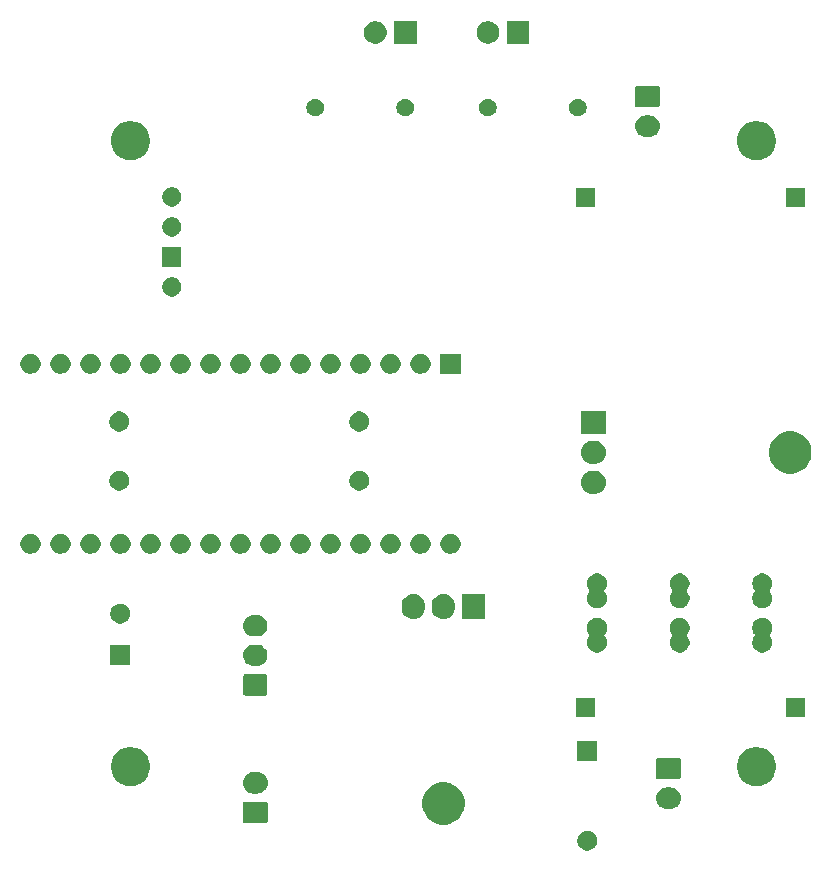
<source format=gbr>
G04 #@! TF.GenerationSoftware,KiCad,Pcbnew,5.1.6*
G04 #@! TF.CreationDate,2020-06-02T20:33:05+02:00*
G04 #@! TF.ProjectId,Levitator,4c657669-7461-4746-9f72-2e6b69636164,rev?*
G04 #@! TF.SameCoordinates,Original*
G04 #@! TF.FileFunction,Soldermask,Bot*
G04 #@! TF.FilePolarity,Negative*
%FSLAX46Y46*%
G04 Gerber Fmt 4.6, Leading zero omitted, Abs format (unit mm)*
G04 Created by KiCad (PCBNEW 5.1.6) date 2020-06-02 20:33:05*
%MOMM*%
%LPD*%
G01*
G04 APERTURE LIST*
%ADD10C,0.100000*%
G04 APERTURE END LIST*
D10*
G36*
X171290228Y-131147703D02*
G01*
X171445100Y-131211853D01*
X171584481Y-131304985D01*
X171703015Y-131423519D01*
X171796147Y-131562900D01*
X171860297Y-131717772D01*
X171893000Y-131882184D01*
X171893000Y-132049816D01*
X171860297Y-132214228D01*
X171796147Y-132369100D01*
X171703015Y-132508481D01*
X171584481Y-132627015D01*
X171445100Y-132720147D01*
X171290228Y-132784297D01*
X171125816Y-132817000D01*
X170958184Y-132817000D01*
X170793772Y-132784297D01*
X170638900Y-132720147D01*
X170499519Y-132627015D01*
X170380985Y-132508481D01*
X170287853Y-132369100D01*
X170223703Y-132214228D01*
X170191000Y-132049816D01*
X170191000Y-131882184D01*
X170223703Y-131717772D01*
X170287853Y-131562900D01*
X170380985Y-131423519D01*
X170499519Y-131304985D01*
X170638900Y-131211853D01*
X170793772Y-131147703D01*
X170958184Y-131115000D01*
X171125816Y-131115000D01*
X171290228Y-131147703D01*
G37*
G36*
X159375331Y-127082211D02*
G01*
X159703092Y-127217974D01*
X159998070Y-127415072D01*
X160248928Y-127665930D01*
X160446026Y-127960908D01*
X160581789Y-128288669D01*
X160651000Y-128636616D01*
X160651000Y-128991384D01*
X160581789Y-129339331D01*
X160446026Y-129667092D01*
X160248928Y-129962070D01*
X159998070Y-130212928D01*
X159703092Y-130410026D01*
X159375331Y-130545789D01*
X159027384Y-130615000D01*
X158672616Y-130615000D01*
X158324669Y-130545789D01*
X157996908Y-130410026D01*
X157701930Y-130212928D01*
X157451072Y-129962070D01*
X157253974Y-129667092D01*
X157118211Y-129339331D01*
X157049000Y-128991384D01*
X157049000Y-128636616D01*
X157118211Y-128288669D01*
X157253974Y-127960908D01*
X157451072Y-127665930D01*
X157701930Y-127415072D01*
X157996908Y-127217974D01*
X158324669Y-127082211D01*
X158672616Y-127013000D01*
X159027384Y-127013000D01*
X159375331Y-127082211D01*
G37*
G36*
X143833600Y-128682989D02*
G01*
X143866652Y-128693015D01*
X143897103Y-128709292D01*
X143923799Y-128731201D01*
X143945708Y-128757897D01*
X143961985Y-128788348D01*
X143972011Y-128821400D01*
X143976000Y-128861903D01*
X143976000Y-130298097D01*
X143972011Y-130338600D01*
X143961985Y-130371652D01*
X143945708Y-130402103D01*
X143923799Y-130428799D01*
X143897103Y-130450708D01*
X143866652Y-130466985D01*
X143833600Y-130477011D01*
X143793097Y-130481000D01*
X142056903Y-130481000D01*
X142016400Y-130477011D01*
X141983348Y-130466985D01*
X141952897Y-130450708D01*
X141926201Y-130428799D01*
X141904292Y-130402103D01*
X141888015Y-130371652D01*
X141877989Y-130338600D01*
X141874000Y-130298097D01*
X141874000Y-128861903D01*
X141877989Y-128821400D01*
X141888015Y-128788348D01*
X141904292Y-128757897D01*
X141926201Y-128731201D01*
X141952897Y-128709292D01*
X141983348Y-128693015D01*
X142016400Y-128682989D01*
X142056903Y-128679000D01*
X143793097Y-128679000D01*
X143833600Y-128682989D01*
G37*
G36*
X178160442Y-127475518D02*
G01*
X178226627Y-127482037D01*
X178396466Y-127533557D01*
X178552991Y-127617222D01*
X178588729Y-127646552D01*
X178690186Y-127729814D01*
X178773448Y-127831271D01*
X178802778Y-127867009D01*
X178886443Y-128023534D01*
X178937963Y-128193373D01*
X178955359Y-128370000D01*
X178937963Y-128546627D01*
X178891689Y-128699172D01*
X178886442Y-128716468D01*
X178848021Y-128788348D01*
X178802778Y-128872991D01*
X178773448Y-128908729D01*
X178690186Y-129010186D01*
X178588729Y-129093448D01*
X178552991Y-129122778D01*
X178396466Y-129206443D01*
X178226627Y-129257963D01*
X178160442Y-129264482D01*
X178094260Y-129271000D01*
X177705740Y-129271000D01*
X177639558Y-129264482D01*
X177573373Y-129257963D01*
X177403534Y-129206443D01*
X177247009Y-129122778D01*
X177211271Y-129093448D01*
X177109814Y-129010186D01*
X177026552Y-128908729D01*
X176997222Y-128872991D01*
X176951979Y-128788348D01*
X176913558Y-128716468D01*
X176908311Y-128699172D01*
X176862037Y-128546627D01*
X176844641Y-128370000D01*
X176862037Y-128193373D01*
X176913557Y-128023534D01*
X176997222Y-127867009D01*
X177026552Y-127831271D01*
X177109814Y-127729814D01*
X177211271Y-127646552D01*
X177247009Y-127617222D01*
X177403534Y-127533557D01*
X177573373Y-127482037D01*
X177639558Y-127475518D01*
X177705740Y-127469000D01*
X178094260Y-127469000D01*
X178160442Y-127475518D01*
G37*
G36*
X143185442Y-126185518D02*
G01*
X143251627Y-126192037D01*
X143421466Y-126243557D01*
X143577991Y-126327222D01*
X143613729Y-126356552D01*
X143715186Y-126439814D01*
X143798448Y-126541271D01*
X143827778Y-126577009D01*
X143827779Y-126577011D01*
X143889298Y-126692103D01*
X143911443Y-126733534D01*
X143962963Y-126903373D01*
X143980359Y-127080000D01*
X143962963Y-127256627D01*
X143911443Y-127426466D01*
X143827778Y-127582991D01*
X143799686Y-127617221D01*
X143715186Y-127720186D01*
X143613729Y-127803448D01*
X143577991Y-127832778D01*
X143421466Y-127916443D01*
X143251627Y-127967963D01*
X143185442Y-127974482D01*
X143119260Y-127981000D01*
X142730740Y-127981000D01*
X142664558Y-127974482D01*
X142598373Y-127967963D01*
X142428534Y-127916443D01*
X142272009Y-127832778D01*
X142236271Y-127803448D01*
X142134814Y-127720186D01*
X142050314Y-127617221D01*
X142022222Y-127582991D01*
X141938557Y-127426466D01*
X141887037Y-127256627D01*
X141869641Y-127080000D01*
X141887037Y-126903373D01*
X141938557Y-126733534D01*
X141960703Y-126692103D01*
X142022221Y-126577011D01*
X142022222Y-126577009D01*
X142051552Y-126541271D01*
X142134814Y-126439814D01*
X142236271Y-126356552D01*
X142272009Y-126327222D01*
X142428534Y-126243557D01*
X142598373Y-126192037D01*
X142664558Y-126185518D01*
X142730740Y-126179000D01*
X143119260Y-126179000D01*
X143185442Y-126185518D01*
G37*
G36*
X132725256Y-124091298D02*
G01*
X132831579Y-124112447D01*
X133132042Y-124236903D01*
X133402451Y-124417585D01*
X133632415Y-124647549D01*
X133632416Y-124647551D01*
X133813098Y-124917960D01*
X133840045Y-124983015D01*
X133937553Y-125218421D01*
X134001000Y-125537391D01*
X134001000Y-125862609D01*
X133937553Y-126181579D01*
X133849550Y-126394037D01*
X133830589Y-126439814D01*
X133813097Y-126482042D01*
X133632415Y-126752451D01*
X133402451Y-126982415D01*
X133132042Y-127163097D01*
X132831579Y-127287553D01*
X132725256Y-127308702D01*
X132512611Y-127351000D01*
X132187389Y-127351000D01*
X131974744Y-127308702D01*
X131868421Y-127287553D01*
X131567958Y-127163097D01*
X131297549Y-126982415D01*
X131067585Y-126752451D01*
X130886903Y-126482042D01*
X130869412Y-126439814D01*
X130850450Y-126394037D01*
X130762447Y-126181579D01*
X130699000Y-125862609D01*
X130699000Y-125537391D01*
X130762447Y-125218421D01*
X130859955Y-124983015D01*
X130886902Y-124917960D01*
X131067584Y-124647551D01*
X131067585Y-124647549D01*
X131297549Y-124417585D01*
X131567958Y-124236903D01*
X131868421Y-124112447D01*
X131974744Y-124091298D01*
X132187389Y-124049000D01*
X132512611Y-124049000D01*
X132725256Y-124091298D01*
G37*
G36*
X185725256Y-124091298D02*
G01*
X185831579Y-124112447D01*
X186132042Y-124236903D01*
X186402451Y-124417585D01*
X186632415Y-124647549D01*
X186632416Y-124647551D01*
X186813098Y-124917960D01*
X186840045Y-124983015D01*
X186937553Y-125218421D01*
X187001000Y-125537391D01*
X187001000Y-125862609D01*
X186937553Y-126181579D01*
X186849550Y-126394037D01*
X186830589Y-126439814D01*
X186813097Y-126482042D01*
X186632415Y-126752451D01*
X186402451Y-126982415D01*
X186132042Y-127163097D01*
X185831579Y-127287553D01*
X185725256Y-127308702D01*
X185512611Y-127351000D01*
X185187389Y-127351000D01*
X184974744Y-127308702D01*
X184868421Y-127287553D01*
X184567958Y-127163097D01*
X184297549Y-126982415D01*
X184067585Y-126752451D01*
X183886903Y-126482042D01*
X183869412Y-126439814D01*
X183850450Y-126394037D01*
X183762447Y-126181579D01*
X183699000Y-125862609D01*
X183699000Y-125537391D01*
X183762447Y-125218421D01*
X183859955Y-124983015D01*
X183886902Y-124917960D01*
X184067584Y-124647551D01*
X184067585Y-124647549D01*
X184297549Y-124417585D01*
X184567958Y-124236903D01*
X184868421Y-124112447D01*
X184974744Y-124091298D01*
X185187389Y-124049000D01*
X185512611Y-124049000D01*
X185725256Y-124091298D01*
G37*
G36*
X178808600Y-124972989D02*
G01*
X178841652Y-124983015D01*
X178872103Y-124999292D01*
X178898799Y-125021201D01*
X178920708Y-125047897D01*
X178936985Y-125078348D01*
X178947011Y-125111400D01*
X178951000Y-125151903D01*
X178951000Y-126588097D01*
X178947011Y-126628600D01*
X178936985Y-126661652D01*
X178920708Y-126692103D01*
X178898799Y-126718799D01*
X178872103Y-126740708D01*
X178841652Y-126756985D01*
X178808600Y-126767011D01*
X178768097Y-126771000D01*
X177031903Y-126771000D01*
X176991400Y-126767011D01*
X176958348Y-126756985D01*
X176927897Y-126740708D01*
X176901201Y-126718799D01*
X176879292Y-126692103D01*
X176863015Y-126661652D01*
X176852989Y-126628600D01*
X176849000Y-126588097D01*
X176849000Y-125151903D01*
X176852989Y-125111400D01*
X176863015Y-125078348D01*
X176879292Y-125047897D01*
X176901201Y-125021201D01*
X176927897Y-124999292D01*
X176958348Y-124983015D01*
X176991400Y-124972989D01*
X177031903Y-124969000D01*
X178768097Y-124969000D01*
X178808600Y-124972989D01*
G37*
G36*
X171893000Y-125197000D02*
G01*
X170191000Y-125197000D01*
X170191000Y-123495000D01*
X171893000Y-123495000D01*
X171893000Y-125197000D01*
G37*
G36*
X171678000Y-121503000D02*
G01*
X170052000Y-121503000D01*
X170052000Y-119877000D01*
X171678000Y-119877000D01*
X171678000Y-121503000D01*
G37*
G36*
X189458000Y-121503000D02*
G01*
X187832000Y-121503000D01*
X187832000Y-119877000D01*
X189458000Y-119877000D01*
X189458000Y-121503000D01*
G37*
G36*
X143808600Y-117887989D02*
G01*
X143841652Y-117898015D01*
X143872103Y-117914292D01*
X143898799Y-117936201D01*
X143920708Y-117962897D01*
X143936985Y-117993348D01*
X143947011Y-118026400D01*
X143951000Y-118066903D01*
X143951000Y-119503097D01*
X143947011Y-119543600D01*
X143936985Y-119576652D01*
X143920708Y-119607103D01*
X143898799Y-119633799D01*
X143872103Y-119655708D01*
X143841652Y-119671985D01*
X143808600Y-119682011D01*
X143768097Y-119686000D01*
X142081903Y-119686000D01*
X142041400Y-119682011D01*
X142008348Y-119671985D01*
X141977897Y-119655708D01*
X141951201Y-119633799D01*
X141929292Y-119607103D01*
X141913015Y-119576652D01*
X141902989Y-119543600D01*
X141899000Y-119503097D01*
X141899000Y-118066903D01*
X141902989Y-118026400D01*
X141913015Y-117993348D01*
X141929292Y-117962897D01*
X141951201Y-117936201D01*
X141977897Y-117914292D01*
X142008348Y-117898015D01*
X142041400Y-117887989D01*
X142081903Y-117884000D01*
X143768097Y-117884000D01*
X143808600Y-117887989D01*
G37*
G36*
X143160442Y-115390518D02*
G01*
X143226627Y-115397037D01*
X143396466Y-115448557D01*
X143552991Y-115532222D01*
X143588729Y-115561552D01*
X143690186Y-115644814D01*
X143770337Y-115742480D01*
X143802778Y-115782009D01*
X143886443Y-115938534D01*
X143937963Y-116108373D01*
X143955359Y-116285000D01*
X143937963Y-116461627D01*
X143886443Y-116631466D01*
X143802778Y-116787991D01*
X143773448Y-116823729D01*
X143690186Y-116925186D01*
X143588729Y-117008448D01*
X143552991Y-117037778D01*
X143396466Y-117121443D01*
X143226627Y-117172963D01*
X143160442Y-117179482D01*
X143094260Y-117186000D01*
X142755740Y-117186000D01*
X142689558Y-117179482D01*
X142623373Y-117172963D01*
X142453534Y-117121443D01*
X142297009Y-117037778D01*
X142261271Y-117008448D01*
X142159814Y-116925186D01*
X142076552Y-116823729D01*
X142047222Y-116787991D01*
X141963557Y-116631466D01*
X141912037Y-116461627D01*
X141894641Y-116285000D01*
X141912037Y-116108373D01*
X141963557Y-115938534D01*
X142047222Y-115782009D01*
X142079663Y-115742480D01*
X142159814Y-115644814D01*
X142261271Y-115561552D01*
X142297009Y-115532222D01*
X142453534Y-115448557D01*
X142623373Y-115397037D01*
X142689558Y-115390518D01*
X142755740Y-115384000D01*
X143094260Y-115384000D01*
X143160442Y-115390518D01*
G37*
G36*
X132346000Y-117096000D02*
G01*
X130644000Y-117096000D01*
X130644000Y-115394000D01*
X132346000Y-115394000D01*
X132346000Y-117096000D01*
G37*
G36*
X172098228Y-113131703D02*
G01*
X172253100Y-113195853D01*
X172392481Y-113288985D01*
X172511015Y-113407519D01*
X172604147Y-113546900D01*
X172668297Y-113701772D01*
X172701000Y-113866184D01*
X172701000Y-114033816D01*
X172668297Y-114198228D01*
X172604147Y-114353100D01*
X172511015Y-114492481D01*
X172511011Y-114492485D01*
X172506404Y-114499380D01*
X172501338Y-114505554D01*
X172489787Y-114527165D01*
X172482674Y-114550614D01*
X172480272Y-114575000D01*
X172482674Y-114599386D01*
X172489787Y-114622835D01*
X172501338Y-114644446D01*
X172506404Y-114650620D01*
X172511011Y-114657515D01*
X172511015Y-114657519D01*
X172604147Y-114796900D01*
X172668297Y-114951772D01*
X172701000Y-115116184D01*
X172701000Y-115283816D01*
X172668297Y-115448228D01*
X172604147Y-115603100D01*
X172511015Y-115742481D01*
X172392481Y-115861015D01*
X172253100Y-115954147D01*
X172098228Y-116018297D01*
X171933816Y-116051000D01*
X171766184Y-116051000D01*
X171601772Y-116018297D01*
X171446900Y-115954147D01*
X171307519Y-115861015D01*
X171188985Y-115742481D01*
X171095853Y-115603100D01*
X171031703Y-115448228D01*
X170999000Y-115283816D01*
X170999000Y-115116184D01*
X171031703Y-114951772D01*
X171095853Y-114796900D01*
X171188985Y-114657519D01*
X171188989Y-114657515D01*
X171193596Y-114650620D01*
X171198662Y-114644446D01*
X171210213Y-114622835D01*
X171217326Y-114599386D01*
X171219728Y-114575000D01*
X171217326Y-114550614D01*
X171210213Y-114527165D01*
X171198662Y-114505554D01*
X171193596Y-114499380D01*
X171188989Y-114492485D01*
X171188985Y-114492481D01*
X171095853Y-114353100D01*
X171031703Y-114198228D01*
X170999000Y-114033816D01*
X170999000Y-113866184D01*
X171031703Y-113701772D01*
X171095853Y-113546900D01*
X171188985Y-113407519D01*
X171307519Y-113288985D01*
X171446900Y-113195853D01*
X171601772Y-113131703D01*
X171766184Y-113099000D01*
X171933816Y-113099000D01*
X172098228Y-113131703D01*
G37*
G36*
X186098228Y-113131703D02*
G01*
X186253100Y-113195853D01*
X186392481Y-113288985D01*
X186511015Y-113407519D01*
X186604147Y-113546900D01*
X186668297Y-113701772D01*
X186701000Y-113866184D01*
X186701000Y-114033816D01*
X186668297Y-114198228D01*
X186604147Y-114353100D01*
X186511015Y-114492481D01*
X186511011Y-114492485D01*
X186506404Y-114499380D01*
X186501338Y-114505554D01*
X186489787Y-114527165D01*
X186482674Y-114550614D01*
X186480272Y-114575000D01*
X186482674Y-114599386D01*
X186489787Y-114622835D01*
X186501338Y-114644446D01*
X186506404Y-114650620D01*
X186511011Y-114657515D01*
X186511015Y-114657519D01*
X186604147Y-114796900D01*
X186668297Y-114951772D01*
X186701000Y-115116184D01*
X186701000Y-115283816D01*
X186668297Y-115448228D01*
X186604147Y-115603100D01*
X186511015Y-115742481D01*
X186392481Y-115861015D01*
X186253100Y-115954147D01*
X186098228Y-116018297D01*
X185933816Y-116051000D01*
X185766184Y-116051000D01*
X185601772Y-116018297D01*
X185446900Y-115954147D01*
X185307519Y-115861015D01*
X185188985Y-115742481D01*
X185095853Y-115603100D01*
X185031703Y-115448228D01*
X184999000Y-115283816D01*
X184999000Y-115116184D01*
X185031703Y-114951772D01*
X185095853Y-114796900D01*
X185188985Y-114657519D01*
X185188989Y-114657515D01*
X185193596Y-114650620D01*
X185198662Y-114644446D01*
X185210213Y-114622835D01*
X185217326Y-114599386D01*
X185219728Y-114575000D01*
X185217326Y-114550614D01*
X185210213Y-114527165D01*
X185198662Y-114505554D01*
X185193596Y-114499380D01*
X185188989Y-114492485D01*
X185188985Y-114492481D01*
X185095853Y-114353100D01*
X185031703Y-114198228D01*
X184999000Y-114033816D01*
X184999000Y-113866184D01*
X185031703Y-113701772D01*
X185095853Y-113546900D01*
X185188985Y-113407519D01*
X185307519Y-113288985D01*
X185446900Y-113195853D01*
X185601772Y-113131703D01*
X185766184Y-113099000D01*
X185933816Y-113099000D01*
X186098228Y-113131703D01*
G37*
G36*
X179098228Y-113131703D02*
G01*
X179253100Y-113195853D01*
X179392481Y-113288985D01*
X179511015Y-113407519D01*
X179604147Y-113546900D01*
X179668297Y-113701772D01*
X179701000Y-113866184D01*
X179701000Y-114033816D01*
X179668297Y-114198228D01*
X179604147Y-114353100D01*
X179511015Y-114492481D01*
X179511011Y-114492485D01*
X179506404Y-114499380D01*
X179501338Y-114505554D01*
X179489787Y-114527165D01*
X179482674Y-114550614D01*
X179480272Y-114575000D01*
X179482674Y-114599386D01*
X179489787Y-114622835D01*
X179501338Y-114644446D01*
X179506404Y-114650620D01*
X179511011Y-114657515D01*
X179511015Y-114657519D01*
X179604147Y-114796900D01*
X179668297Y-114951772D01*
X179701000Y-115116184D01*
X179701000Y-115283816D01*
X179668297Y-115448228D01*
X179604147Y-115603100D01*
X179511015Y-115742481D01*
X179392481Y-115861015D01*
X179253100Y-115954147D01*
X179098228Y-116018297D01*
X178933816Y-116051000D01*
X178766184Y-116051000D01*
X178601772Y-116018297D01*
X178446900Y-115954147D01*
X178307519Y-115861015D01*
X178188985Y-115742481D01*
X178095853Y-115603100D01*
X178031703Y-115448228D01*
X177999000Y-115283816D01*
X177999000Y-115116184D01*
X178031703Y-114951772D01*
X178095853Y-114796900D01*
X178188985Y-114657519D01*
X178188989Y-114657515D01*
X178193596Y-114650620D01*
X178198662Y-114644446D01*
X178210213Y-114622835D01*
X178217326Y-114599386D01*
X178219728Y-114575000D01*
X178217326Y-114550614D01*
X178210213Y-114527165D01*
X178198662Y-114505554D01*
X178193596Y-114499380D01*
X178188989Y-114492485D01*
X178188985Y-114492481D01*
X178095853Y-114353100D01*
X178031703Y-114198228D01*
X177999000Y-114033816D01*
X177999000Y-113866184D01*
X178031703Y-113701772D01*
X178095853Y-113546900D01*
X178188985Y-113407519D01*
X178307519Y-113288985D01*
X178446900Y-113195853D01*
X178601772Y-113131703D01*
X178766184Y-113099000D01*
X178933816Y-113099000D01*
X179098228Y-113131703D01*
G37*
G36*
X143160443Y-112890519D02*
G01*
X143226627Y-112897037D01*
X143396466Y-112948557D01*
X143552991Y-113032222D01*
X143562367Y-113039917D01*
X143690186Y-113144814D01*
X143773448Y-113246271D01*
X143802778Y-113282009D01*
X143886443Y-113438534D01*
X143937963Y-113608373D01*
X143955359Y-113785000D01*
X143937963Y-113961627D01*
X143886443Y-114131466D01*
X143802778Y-114287991D01*
X143773448Y-114323729D01*
X143690186Y-114425186D01*
X143599779Y-114499380D01*
X143552991Y-114537778D01*
X143396466Y-114621443D01*
X143226627Y-114672963D01*
X143160442Y-114679482D01*
X143094260Y-114686000D01*
X142755740Y-114686000D01*
X142689558Y-114679482D01*
X142623373Y-114672963D01*
X142453534Y-114621443D01*
X142297009Y-114537778D01*
X142250221Y-114499380D01*
X142159814Y-114425186D01*
X142076552Y-114323729D01*
X142047222Y-114287991D01*
X141963557Y-114131466D01*
X141912037Y-113961627D01*
X141894641Y-113785000D01*
X141912037Y-113608373D01*
X141963557Y-113438534D01*
X142047222Y-113282009D01*
X142076552Y-113246271D01*
X142159814Y-113144814D01*
X142287633Y-113039917D01*
X142297009Y-113032222D01*
X142453534Y-112948557D01*
X142623373Y-112897037D01*
X142689557Y-112890519D01*
X142755740Y-112884000D01*
X143094260Y-112884000D01*
X143160443Y-112890519D01*
G37*
G36*
X131743228Y-111926703D02*
G01*
X131898100Y-111990853D01*
X132037481Y-112083985D01*
X132156015Y-112202519D01*
X132249147Y-112341900D01*
X132313297Y-112496772D01*
X132346000Y-112661184D01*
X132346000Y-112828816D01*
X132313297Y-112993228D01*
X132249147Y-113148100D01*
X132156015Y-113287481D01*
X132037481Y-113406015D01*
X131898100Y-113499147D01*
X131743228Y-113563297D01*
X131578816Y-113596000D01*
X131411184Y-113596000D01*
X131246772Y-113563297D01*
X131091900Y-113499147D01*
X130952519Y-113406015D01*
X130833985Y-113287481D01*
X130740853Y-113148100D01*
X130676703Y-112993228D01*
X130644000Y-112828816D01*
X130644000Y-112661184D01*
X130676703Y-112496772D01*
X130740853Y-112341900D01*
X130833985Y-112202519D01*
X130952519Y-112083985D01*
X131091900Y-111990853D01*
X131246772Y-111926703D01*
X131411184Y-111894000D01*
X131578816Y-111894000D01*
X131743228Y-111926703D01*
G37*
G36*
X156506720Y-111117520D02*
G01*
X156695881Y-111174901D01*
X156870212Y-111268083D01*
X157023015Y-111393485D01*
X157148417Y-111546288D01*
X157192182Y-111628167D01*
X157241598Y-111720617D01*
X157241599Y-111720620D01*
X157298980Y-111909781D01*
X157313500Y-112057207D01*
X157313500Y-112250794D01*
X157298980Y-112398220D01*
X157241599Y-112587381D01*
X157148417Y-112761712D01*
X157023015Y-112914515D01*
X156870212Y-113039917D01*
X156788333Y-113083682D01*
X156695883Y-113133098D01*
X156695880Y-113133099D01*
X156506719Y-113190480D01*
X156310000Y-113209855D01*
X156113280Y-113190480D01*
X155924119Y-113133099D01*
X155749788Y-113039917D01*
X155596985Y-112914515D01*
X155471583Y-112761712D01*
X155417850Y-112661184D01*
X155378402Y-112587383D01*
X155350916Y-112496772D01*
X155321020Y-112398219D01*
X155306500Y-112250793D01*
X155306500Y-112057206D01*
X155321020Y-111909780D01*
X155378401Y-111720619D01*
X155471583Y-111546288D01*
X155596985Y-111393485D01*
X155749788Y-111268083D01*
X155924120Y-111174901D01*
X156113281Y-111117520D01*
X156310000Y-111098145D01*
X156506720Y-111117520D01*
G37*
G36*
X159046720Y-111117520D02*
G01*
X159235881Y-111174901D01*
X159410212Y-111268083D01*
X159563015Y-111393485D01*
X159688417Y-111546288D01*
X159732182Y-111628167D01*
X159781598Y-111720617D01*
X159781599Y-111720620D01*
X159838980Y-111909781D01*
X159853500Y-112057207D01*
X159853500Y-112250794D01*
X159838980Y-112398220D01*
X159781599Y-112587381D01*
X159688417Y-112761712D01*
X159563015Y-112914515D01*
X159410212Y-113039917D01*
X159328333Y-113083682D01*
X159235883Y-113133098D01*
X159235880Y-113133099D01*
X159046719Y-113190480D01*
X158850000Y-113209855D01*
X158653280Y-113190480D01*
X158464119Y-113133099D01*
X158289788Y-113039917D01*
X158136985Y-112914515D01*
X158011583Y-112761712D01*
X157957850Y-112661184D01*
X157918402Y-112587383D01*
X157890916Y-112496772D01*
X157861020Y-112398219D01*
X157846500Y-112250793D01*
X157846500Y-112057206D01*
X157861020Y-111909780D01*
X157918401Y-111720619D01*
X158011583Y-111546288D01*
X158136985Y-111393485D01*
X158289788Y-111268083D01*
X158464120Y-111174901D01*
X158653281Y-111117520D01*
X158850000Y-111098145D01*
X159046720Y-111117520D01*
G37*
G36*
X162393500Y-113205000D02*
G01*
X160386500Y-113205000D01*
X160386500Y-111103000D01*
X162393500Y-111103000D01*
X162393500Y-113205000D01*
G37*
G36*
X179098228Y-109381703D02*
G01*
X179253100Y-109445853D01*
X179392481Y-109538985D01*
X179511015Y-109657519D01*
X179604147Y-109796900D01*
X179668297Y-109951772D01*
X179701000Y-110116184D01*
X179701000Y-110283816D01*
X179668297Y-110448228D01*
X179604147Y-110603100D01*
X179511015Y-110742481D01*
X179511011Y-110742485D01*
X179506404Y-110749380D01*
X179501338Y-110755554D01*
X179489787Y-110777165D01*
X179482674Y-110800614D01*
X179480272Y-110825000D01*
X179482674Y-110849386D01*
X179489787Y-110872835D01*
X179501338Y-110894446D01*
X179506404Y-110900620D01*
X179511011Y-110907515D01*
X179511015Y-110907519D01*
X179604147Y-111046900D01*
X179668297Y-111201772D01*
X179701000Y-111366184D01*
X179701000Y-111533816D01*
X179668297Y-111698228D01*
X179604147Y-111853100D01*
X179511015Y-111992481D01*
X179392481Y-112111015D01*
X179253100Y-112204147D01*
X179098228Y-112268297D01*
X178933816Y-112301000D01*
X178766184Y-112301000D01*
X178601772Y-112268297D01*
X178446900Y-112204147D01*
X178307519Y-112111015D01*
X178188985Y-111992481D01*
X178095853Y-111853100D01*
X178031703Y-111698228D01*
X177999000Y-111533816D01*
X177999000Y-111366184D01*
X178031703Y-111201772D01*
X178095853Y-111046900D01*
X178188985Y-110907519D01*
X178188989Y-110907515D01*
X178193596Y-110900620D01*
X178198662Y-110894446D01*
X178210213Y-110872835D01*
X178217326Y-110849386D01*
X178219728Y-110825000D01*
X178217326Y-110800614D01*
X178210213Y-110777165D01*
X178198662Y-110755554D01*
X178193596Y-110749380D01*
X178188989Y-110742485D01*
X178188985Y-110742481D01*
X178095853Y-110603100D01*
X178031703Y-110448228D01*
X177999000Y-110283816D01*
X177999000Y-110116184D01*
X178031703Y-109951772D01*
X178095853Y-109796900D01*
X178188985Y-109657519D01*
X178307519Y-109538985D01*
X178446900Y-109445853D01*
X178601772Y-109381703D01*
X178766184Y-109349000D01*
X178933816Y-109349000D01*
X179098228Y-109381703D01*
G37*
G36*
X172098228Y-109381703D02*
G01*
X172253100Y-109445853D01*
X172392481Y-109538985D01*
X172511015Y-109657519D01*
X172604147Y-109796900D01*
X172668297Y-109951772D01*
X172701000Y-110116184D01*
X172701000Y-110283816D01*
X172668297Y-110448228D01*
X172604147Y-110603100D01*
X172511015Y-110742481D01*
X172511011Y-110742485D01*
X172506404Y-110749380D01*
X172501338Y-110755554D01*
X172489787Y-110777165D01*
X172482674Y-110800614D01*
X172480272Y-110825000D01*
X172482674Y-110849386D01*
X172489787Y-110872835D01*
X172501338Y-110894446D01*
X172506404Y-110900620D01*
X172511011Y-110907515D01*
X172511015Y-110907519D01*
X172604147Y-111046900D01*
X172668297Y-111201772D01*
X172701000Y-111366184D01*
X172701000Y-111533816D01*
X172668297Y-111698228D01*
X172604147Y-111853100D01*
X172511015Y-111992481D01*
X172392481Y-112111015D01*
X172253100Y-112204147D01*
X172098228Y-112268297D01*
X171933816Y-112301000D01*
X171766184Y-112301000D01*
X171601772Y-112268297D01*
X171446900Y-112204147D01*
X171307519Y-112111015D01*
X171188985Y-111992481D01*
X171095853Y-111853100D01*
X171031703Y-111698228D01*
X170999000Y-111533816D01*
X170999000Y-111366184D01*
X171031703Y-111201772D01*
X171095853Y-111046900D01*
X171188985Y-110907519D01*
X171188989Y-110907515D01*
X171193596Y-110900620D01*
X171198662Y-110894446D01*
X171210213Y-110872835D01*
X171217326Y-110849386D01*
X171219728Y-110825000D01*
X171217326Y-110800614D01*
X171210213Y-110777165D01*
X171198662Y-110755554D01*
X171193596Y-110749380D01*
X171188989Y-110742485D01*
X171188985Y-110742481D01*
X171095853Y-110603100D01*
X171031703Y-110448228D01*
X170999000Y-110283816D01*
X170999000Y-110116184D01*
X171031703Y-109951772D01*
X171095853Y-109796900D01*
X171188985Y-109657519D01*
X171307519Y-109538985D01*
X171446900Y-109445853D01*
X171601772Y-109381703D01*
X171766184Y-109349000D01*
X171933816Y-109349000D01*
X172098228Y-109381703D01*
G37*
G36*
X186098228Y-109381703D02*
G01*
X186253100Y-109445853D01*
X186392481Y-109538985D01*
X186511015Y-109657519D01*
X186604147Y-109796900D01*
X186668297Y-109951772D01*
X186701000Y-110116184D01*
X186701000Y-110283816D01*
X186668297Y-110448228D01*
X186604147Y-110603100D01*
X186511015Y-110742481D01*
X186511011Y-110742485D01*
X186506404Y-110749380D01*
X186501338Y-110755554D01*
X186489787Y-110777165D01*
X186482674Y-110800614D01*
X186480272Y-110825000D01*
X186482674Y-110849386D01*
X186489787Y-110872835D01*
X186501338Y-110894446D01*
X186506404Y-110900620D01*
X186511011Y-110907515D01*
X186511015Y-110907519D01*
X186604147Y-111046900D01*
X186668297Y-111201772D01*
X186701000Y-111366184D01*
X186701000Y-111533816D01*
X186668297Y-111698228D01*
X186604147Y-111853100D01*
X186511015Y-111992481D01*
X186392481Y-112111015D01*
X186253100Y-112204147D01*
X186098228Y-112268297D01*
X185933816Y-112301000D01*
X185766184Y-112301000D01*
X185601772Y-112268297D01*
X185446900Y-112204147D01*
X185307519Y-112111015D01*
X185188985Y-111992481D01*
X185095853Y-111853100D01*
X185031703Y-111698228D01*
X184999000Y-111533816D01*
X184999000Y-111366184D01*
X185031703Y-111201772D01*
X185095853Y-111046900D01*
X185188985Y-110907519D01*
X185188989Y-110907515D01*
X185193596Y-110900620D01*
X185198662Y-110894446D01*
X185210213Y-110872835D01*
X185217326Y-110849386D01*
X185219728Y-110825000D01*
X185217326Y-110800614D01*
X185210213Y-110777165D01*
X185198662Y-110755554D01*
X185193596Y-110749380D01*
X185188989Y-110742485D01*
X185188985Y-110742481D01*
X185095853Y-110603100D01*
X185031703Y-110448228D01*
X184999000Y-110283816D01*
X184999000Y-110116184D01*
X185031703Y-109951772D01*
X185095853Y-109796900D01*
X185188985Y-109657519D01*
X185307519Y-109538985D01*
X185446900Y-109445853D01*
X185601772Y-109381703D01*
X185766184Y-109349000D01*
X185933816Y-109349000D01*
X186098228Y-109381703D01*
G37*
G36*
X126678228Y-106021703D02*
G01*
X126833100Y-106085853D01*
X126972481Y-106178985D01*
X127091015Y-106297519D01*
X127184147Y-106436900D01*
X127248297Y-106591772D01*
X127281000Y-106756184D01*
X127281000Y-106923816D01*
X127248297Y-107088228D01*
X127184147Y-107243100D01*
X127091015Y-107382481D01*
X126972481Y-107501015D01*
X126833100Y-107594147D01*
X126678228Y-107658297D01*
X126513816Y-107691000D01*
X126346184Y-107691000D01*
X126181772Y-107658297D01*
X126026900Y-107594147D01*
X125887519Y-107501015D01*
X125768985Y-107382481D01*
X125675853Y-107243100D01*
X125611703Y-107088228D01*
X125579000Y-106923816D01*
X125579000Y-106756184D01*
X125611703Y-106591772D01*
X125675853Y-106436900D01*
X125768985Y-106297519D01*
X125887519Y-106178985D01*
X126026900Y-106085853D01*
X126181772Y-106021703D01*
X126346184Y-105989000D01*
X126513816Y-105989000D01*
X126678228Y-106021703D01*
G37*
G36*
X129218228Y-106021703D02*
G01*
X129373100Y-106085853D01*
X129512481Y-106178985D01*
X129631015Y-106297519D01*
X129724147Y-106436900D01*
X129788297Y-106591772D01*
X129821000Y-106756184D01*
X129821000Y-106923816D01*
X129788297Y-107088228D01*
X129724147Y-107243100D01*
X129631015Y-107382481D01*
X129512481Y-107501015D01*
X129373100Y-107594147D01*
X129218228Y-107658297D01*
X129053816Y-107691000D01*
X128886184Y-107691000D01*
X128721772Y-107658297D01*
X128566900Y-107594147D01*
X128427519Y-107501015D01*
X128308985Y-107382481D01*
X128215853Y-107243100D01*
X128151703Y-107088228D01*
X128119000Y-106923816D01*
X128119000Y-106756184D01*
X128151703Y-106591772D01*
X128215853Y-106436900D01*
X128308985Y-106297519D01*
X128427519Y-106178985D01*
X128566900Y-106085853D01*
X128721772Y-106021703D01*
X128886184Y-105989000D01*
X129053816Y-105989000D01*
X129218228Y-106021703D01*
G37*
G36*
X131758228Y-106021703D02*
G01*
X131913100Y-106085853D01*
X132052481Y-106178985D01*
X132171015Y-106297519D01*
X132264147Y-106436900D01*
X132328297Y-106591772D01*
X132361000Y-106756184D01*
X132361000Y-106923816D01*
X132328297Y-107088228D01*
X132264147Y-107243100D01*
X132171015Y-107382481D01*
X132052481Y-107501015D01*
X131913100Y-107594147D01*
X131758228Y-107658297D01*
X131593816Y-107691000D01*
X131426184Y-107691000D01*
X131261772Y-107658297D01*
X131106900Y-107594147D01*
X130967519Y-107501015D01*
X130848985Y-107382481D01*
X130755853Y-107243100D01*
X130691703Y-107088228D01*
X130659000Y-106923816D01*
X130659000Y-106756184D01*
X130691703Y-106591772D01*
X130755853Y-106436900D01*
X130848985Y-106297519D01*
X130967519Y-106178985D01*
X131106900Y-106085853D01*
X131261772Y-106021703D01*
X131426184Y-105989000D01*
X131593816Y-105989000D01*
X131758228Y-106021703D01*
G37*
G36*
X124138228Y-106021703D02*
G01*
X124293100Y-106085853D01*
X124432481Y-106178985D01*
X124551015Y-106297519D01*
X124644147Y-106436900D01*
X124708297Y-106591772D01*
X124741000Y-106756184D01*
X124741000Y-106923816D01*
X124708297Y-107088228D01*
X124644147Y-107243100D01*
X124551015Y-107382481D01*
X124432481Y-107501015D01*
X124293100Y-107594147D01*
X124138228Y-107658297D01*
X123973816Y-107691000D01*
X123806184Y-107691000D01*
X123641772Y-107658297D01*
X123486900Y-107594147D01*
X123347519Y-107501015D01*
X123228985Y-107382481D01*
X123135853Y-107243100D01*
X123071703Y-107088228D01*
X123039000Y-106923816D01*
X123039000Y-106756184D01*
X123071703Y-106591772D01*
X123135853Y-106436900D01*
X123228985Y-106297519D01*
X123347519Y-106178985D01*
X123486900Y-106085853D01*
X123641772Y-106021703D01*
X123806184Y-105989000D01*
X123973816Y-105989000D01*
X124138228Y-106021703D01*
G37*
G36*
X134298228Y-106021703D02*
G01*
X134453100Y-106085853D01*
X134592481Y-106178985D01*
X134711015Y-106297519D01*
X134804147Y-106436900D01*
X134868297Y-106591772D01*
X134901000Y-106756184D01*
X134901000Y-106923816D01*
X134868297Y-107088228D01*
X134804147Y-107243100D01*
X134711015Y-107382481D01*
X134592481Y-107501015D01*
X134453100Y-107594147D01*
X134298228Y-107658297D01*
X134133816Y-107691000D01*
X133966184Y-107691000D01*
X133801772Y-107658297D01*
X133646900Y-107594147D01*
X133507519Y-107501015D01*
X133388985Y-107382481D01*
X133295853Y-107243100D01*
X133231703Y-107088228D01*
X133199000Y-106923816D01*
X133199000Y-106756184D01*
X133231703Y-106591772D01*
X133295853Y-106436900D01*
X133388985Y-106297519D01*
X133507519Y-106178985D01*
X133646900Y-106085853D01*
X133801772Y-106021703D01*
X133966184Y-105989000D01*
X134133816Y-105989000D01*
X134298228Y-106021703D01*
G37*
G36*
X136838228Y-106021703D02*
G01*
X136993100Y-106085853D01*
X137132481Y-106178985D01*
X137251015Y-106297519D01*
X137344147Y-106436900D01*
X137408297Y-106591772D01*
X137441000Y-106756184D01*
X137441000Y-106923816D01*
X137408297Y-107088228D01*
X137344147Y-107243100D01*
X137251015Y-107382481D01*
X137132481Y-107501015D01*
X136993100Y-107594147D01*
X136838228Y-107658297D01*
X136673816Y-107691000D01*
X136506184Y-107691000D01*
X136341772Y-107658297D01*
X136186900Y-107594147D01*
X136047519Y-107501015D01*
X135928985Y-107382481D01*
X135835853Y-107243100D01*
X135771703Y-107088228D01*
X135739000Y-106923816D01*
X135739000Y-106756184D01*
X135771703Y-106591772D01*
X135835853Y-106436900D01*
X135928985Y-106297519D01*
X136047519Y-106178985D01*
X136186900Y-106085853D01*
X136341772Y-106021703D01*
X136506184Y-105989000D01*
X136673816Y-105989000D01*
X136838228Y-106021703D01*
G37*
G36*
X159698228Y-106021703D02*
G01*
X159853100Y-106085853D01*
X159992481Y-106178985D01*
X160111015Y-106297519D01*
X160204147Y-106436900D01*
X160268297Y-106591772D01*
X160301000Y-106756184D01*
X160301000Y-106923816D01*
X160268297Y-107088228D01*
X160204147Y-107243100D01*
X160111015Y-107382481D01*
X159992481Y-107501015D01*
X159853100Y-107594147D01*
X159698228Y-107658297D01*
X159533816Y-107691000D01*
X159366184Y-107691000D01*
X159201772Y-107658297D01*
X159046900Y-107594147D01*
X158907519Y-107501015D01*
X158788985Y-107382481D01*
X158695853Y-107243100D01*
X158631703Y-107088228D01*
X158599000Y-106923816D01*
X158599000Y-106756184D01*
X158631703Y-106591772D01*
X158695853Y-106436900D01*
X158788985Y-106297519D01*
X158907519Y-106178985D01*
X159046900Y-106085853D01*
X159201772Y-106021703D01*
X159366184Y-105989000D01*
X159533816Y-105989000D01*
X159698228Y-106021703D01*
G37*
G36*
X139378228Y-106021703D02*
G01*
X139533100Y-106085853D01*
X139672481Y-106178985D01*
X139791015Y-106297519D01*
X139884147Y-106436900D01*
X139948297Y-106591772D01*
X139981000Y-106756184D01*
X139981000Y-106923816D01*
X139948297Y-107088228D01*
X139884147Y-107243100D01*
X139791015Y-107382481D01*
X139672481Y-107501015D01*
X139533100Y-107594147D01*
X139378228Y-107658297D01*
X139213816Y-107691000D01*
X139046184Y-107691000D01*
X138881772Y-107658297D01*
X138726900Y-107594147D01*
X138587519Y-107501015D01*
X138468985Y-107382481D01*
X138375853Y-107243100D01*
X138311703Y-107088228D01*
X138279000Y-106923816D01*
X138279000Y-106756184D01*
X138311703Y-106591772D01*
X138375853Y-106436900D01*
X138468985Y-106297519D01*
X138587519Y-106178985D01*
X138726900Y-106085853D01*
X138881772Y-106021703D01*
X139046184Y-105989000D01*
X139213816Y-105989000D01*
X139378228Y-106021703D01*
G37*
G36*
X141918228Y-106021703D02*
G01*
X142073100Y-106085853D01*
X142212481Y-106178985D01*
X142331015Y-106297519D01*
X142424147Y-106436900D01*
X142488297Y-106591772D01*
X142521000Y-106756184D01*
X142521000Y-106923816D01*
X142488297Y-107088228D01*
X142424147Y-107243100D01*
X142331015Y-107382481D01*
X142212481Y-107501015D01*
X142073100Y-107594147D01*
X141918228Y-107658297D01*
X141753816Y-107691000D01*
X141586184Y-107691000D01*
X141421772Y-107658297D01*
X141266900Y-107594147D01*
X141127519Y-107501015D01*
X141008985Y-107382481D01*
X140915853Y-107243100D01*
X140851703Y-107088228D01*
X140819000Y-106923816D01*
X140819000Y-106756184D01*
X140851703Y-106591772D01*
X140915853Y-106436900D01*
X141008985Y-106297519D01*
X141127519Y-106178985D01*
X141266900Y-106085853D01*
X141421772Y-106021703D01*
X141586184Y-105989000D01*
X141753816Y-105989000D01*
X141918228Y-106021703D01*
G37*
G36*
X144458228Y-106021703D02*
G01*
X144613100Y-106085853D01*
X144752481Y-106178985D01*
X144871015Y-106297519D01*
X144964147Y-106436900D01*
X145028297Y-106591772D01*
X145061000Y-106756184D01*
X145061000Y-106923816D01*
X145028297Y-107088228D01*
X144964147Y-107243100D01*
X144871015Y-107382481D01*
X144752481Y-107501015D01*
X144613100Y-107594147D01*
X144458228Y-107658297D01*
X144293816Y-107691000D01*
X144126184Y-107691000D01*
X143961772Y-107658297D01*
X143806900Y-107594147D01*
X143667519Y-107501015D01*
X143548985Y-107382481D01*
X143455853Y-107243100D01*
X143391703Y-107088228D01*
X143359000Y-106923816D01*
X143359000Y-106756184D01*
X143391703Y-106591772D01*
X143455853Y-106436900D01*
X143548985Y-106297519D01*
X143667519Y-106178985D01*
X143806900Y-106085853D01*
X143961772Y-106021703D01*
X144126184Y-105989000D01*
X144293816Y-105989000D01*
X144458228Y-106021703D01*
G37*
G36*
X146998228Y-106021703D02*
G01*
X147153100Y-106085853D01*
X147292481Y-106178985D01*
X147411015Y-106297519D01*
X147504147Y-106436900D01*
X147568297Y-106591772D01*
X147601000Y-106756184D01*
X147601000Y-106923816D01*
X147568297Y-107088228D01*
X147504147Y-107243100D01*
X147411015Y-107382481D01*
X147292481Y-107501015D01*
X147153100Y-107594147D01*
X146998228Y-107658297D01*
X146833816Y-107691000D01*
X146666184Y-107691000D01*
X146501772Y-107658297D01*
X146346900Y-107594147D01*
X146207519Y-107501015D01*
X146088985Y-107382481D01*
X145995853Y-107243100D01*
X145931703Y-107088228D01*
X145899000Y-106923816D01*
X145899000Y-106756184D01*
X145931703Y-106591772D01*
X145995853Y-106436900D01*
X146088985Y-106297519D01*
X146207519Y-106178985D01*
X146346900Y-106085853D01*
X146501772Y-106021703D01*
X146666184Y-105989000D01*
X146833816Y-105989000D01*
X146998228Y-106021703D01*
G37*
G36*
X154618228Y-106021703D02*
G01*
X154773100Y-106085853D01*
X154912481Y-106178985D01*
X155031015Y-106297519D01*
X155124147Y-106436900D01*
X155188297Y-106591772D01*
X155221000Y-106756184D01*
X155221000Y-106923816D01*
X155188297Y-107088228D01*
X155124147Y-107243100D01*
X155031015Y-107382481D01*
X154912481Y-107501015D01*
X154773100Y-107594147D01*
X154618228Y-107658297D01*
X154453816Y-107691000D01*
X154286184Y-107691000D01*
X154121772Y-107658297D01*
X153966900Y-107594147D01*
X153827519Y-107501015D01*
X153708985Y-107382481D01*
X153615853Y-107243100D01*
X153551703Y-107088228D01*
X153519000Y-106923816D01*
X153519000Y-106756184D01*
X153551703Y-106591772D01*
X153615853Y-106436900D01*
X153708985Y-106297519D01*
X153827519Y-106178985D01*
X153966900Y-106085853D01*
X154121772Y-106021703D01*
X154286184Y-105989000D01*
X154453816Y-105989000D01*
X154618228Y-106021703D01*
G37*
G36*
X152078228Y-106021703D02*
G01*
X152233100Y-106085853D01*
X152372481Y-106178985D01*
X152491015Y-106297519D01*
X152584147Y-106436900D01*
X152648297Y-106591772D01*
X152681000Y-106756184D01*
X152681000Y-106923816D01*
X152648297Y-107088228D01*
X152584147Y-107243100D01*
X152491015Y-107382481D01*
X152372481Y-107501015D01*
X152233100Y-107594147D01*
X152078228Y-107658297D01*
X151913816Y-107691000D01*
X151746184Y-107691000D01*
X151581772Y-107658297D01*
X151426900Y-107594147D01*
X151287519Y-107501015D01*
X151168985Y-107382481D01*
X151075853Y-107243100D01*
X151011703Y-107088228D01*
X150979000Y-106923816D01*
X150979000Y-106756184D01*
X151011703Y-106591772D01*
X151075853Y-106436900D01*
X151168985Y-106297519D01*
X151287519Y-106178985D01*
X151426900Y-106085853D01*
X151581772Y-106021703D01*
X151746184Y-105989000D01*
X151913816Y-105989000D01*
X152078228Y-106021703D01*
G37*
G36*
X149538228Y-106021703D02*
G01*
X149693100Y-106085853D01*
X149832481Y-106178985D01*
X149951015Y-106297519D01*
X150044147Y-106436900D01*
X150108297Y-106591772D01*
X150141000Y-106756184D01*
X150141000Y-106923816D01*
X150108297Y-107088228D01*
X150044147Y-107243100D01*
X149951015Y-107382481D01*
X149832481Y-107501015D01*
X149693100Y-107594147D01*
X149538228Y-107658297D01*
X149373816Y-107691000D01*
X149206184Y-107691000D01*
X149041772Y-107658297D01*
X148886900Y-107594147D01*
X148747519Y-107501015D01*
X148628985Y-107382481D01*
X148535853Y-107243100D01*
X148471703Y-107088228D01*
X148439000Y-106923816D01*
X148439000Y-106756184D01*
X148471703Y-106591772D01*
X148535853Y-106436900D01*
X148628985Y-106297519D01*
X148747519Y-106178985D01*
X148886900Y-106085853D01*
X149041772Y-106021703D01*
X149206184Y-105989000D01*
X149373816Y-105989000D01*
X149538228Y-106021703D01*
G37*
G36*
X157158228Y-106021703D02*
G01*
X157313100Y-106085853D01*
X157452481Y-106178985D01*
X157571015Y-106297519D01*
X157664147Y-106436900D01*
X157728297Y-106591772D01*
X157761000Y-106756184D01*
X157761000Y-106923816D01*
X157728297Y-107088228D01*
X157664147Y-107243100D01*
X157571015Y-107382481D01*
X157452481Y-107501015D01*
X157313100Y-107594147D01*
X157158228Y-107658297D01*
X156993816Y-107691000D01*
X156826184Y-107691000D01*
X156661772Y-107658297D01*
X156506900Y-107594147D01*
X156367519Y-107501015D01*
X156248985Y-107382481D01*
X156155853Y-107243100D01*
X156091703Y-107088228D01*
X156059000Y-106923816D01*
X156059000Y-106756184D01*
X156091703Y-106591772D01*
X156155853Y-106436900D01*
X156248985Y-106297519D01*
X156367519Y-106178985D01*
X156506900Y-106085853D01*
X156661772Y-106021703D01*
X156826184Y-105989000D01*
X156993816Y-105989000D01*
X157158228Y-106021703D01*
G37*
G36*
X171695936Y-100641340D02*
G01*
X171794220Y-100651020D01*
X171983381Y-100708401D01*
X172157712Y-100801583D01*
X172310515Y-100926985D01*
X172435917Y-101079788D01*
X172529099Y-101254119D01*
X172586480Y-101443280D01*
X172605855Y-101640000D01*
X172586480Y-101836720D01*
X172529099Y-102025881D01*
X172435917Y-102200212D01*
X172310515Y-102353015D01*
X172157712Y-102478417D01*
X171983381Y-102571599D01*
X171794220Y-102628980D01*
X171695936Y-102638660D01*
X171646795Y-102643500D01*
X171453205Y-102643500D01*
X171404064Y-102638660D01*
X171305780Y-102628980D01*
X171116619Y-102571599D01*
X170942288Y-102478417D01*
X170789485Y-102353015D01*
X170664083Y-102200212D01*
X170570901Y-102025881D01*
X170513520Y-101836720D01*
X170494145Y-101640000D01*
X170513520Y-101443280D01*
X170570901Y-101254119D01*
X170664083Y-101079788D01*
X170789485Y-100926985D01*
X170942288Y-100801583D01*
X171116619Y-100708401D01*
X171305780Y-100651020D01*
X171404064Y-100641340D01*
X171453205Y-100636500D01*
X171646795Y-100636500D01*
X171695936Y-100641340D01*
G37*
G36*
X151986228Y-100667703D02*
G01*
X152141100Y-100731853D01*
X152280481Y-100824985D01*
X152399015Y-100943519D01*
X152492147Y-101082900D01*
X152556297Y-101237772D01*
X152589000Y-101402184D01*
X152589000Y-101569816D01*
X152556297Y-101734228D01*
X152492147Y-101889100D01*
X152399015Y-102028481D01*
X152280481Y-102147015D01*
X152141100Y-102240147D01*
X151986228Y-102304297D01*
X151821816Y-102337000D01*
X151654184Y-102337000D01*
X151489772Y-102304297D01*
X151334900Y-102240147D01*
X151195519Y-102147015D01*
X151076985Y-102028481D01*
X150983853Y-101889100D01*
X150919703Y-101734228D01*
X150887000Y-101569816D01*
X150887000Y-101402184D01*
X150919703Y-101237772D01*
X150983853Y-101082900D01*
X151076985Y-100943519D01*
X151195519Y-100824985D01*
X151334900Y-100731853D01*
X151489772Y-100667703D01*
X151654184Y-100635000D01*
X151821816Y-100635000D01*
X151986228Y-100667703D01*
G37*
G36*
X131666228Y-100667703D02*
G01*
X131821100Y-100731853D01*
X131960481Y-100824985D01*
X132079015Y-100943519D01*
X132172147Y-101082900D01*
X132236297Y-101237772D01*
X132269000Y-101402184D01*
X132269000Y-101569816D01*
X132236297Y-101734228D01*
X132172147Y-101889100D01*
X132079015Y-102028481D01*
X131960481Y-102147015D01*
X131821100Y-102240147D01*
X131666228Y-102304297D01*
X131501816Y-102337000D01*
X131334184Y-102337000D01*
X131169772Y-102304297D01*
X131014900Y-102240147D01*
X130875519Y-102147015D01*
X130756985Y-102028481D01*
X130663853Y-101889100D01*
X130599703Y-101734228D01*
X130567000Y-101569816D01*
X130567000Y-101402184D01*
X130599703Y-101237772D01*
X130663853Y-101082900D01*
X130756985Y-100943519D01*
X130875519Y-100824985D01*
X131014900Y-100731853D01*
X131169772Y-100667703D01*
X131334184Y-100635000D01*
X131501816Y-100635000D01*
X131666228Y-100667703D01*
G37*
G36*
X188735331Y-97368211D02*
G01*
X189063092Y-97503974D01*
X189358070Y-97701072D01*
X189608928Y-97951930D01*
X189806026Y-98246908D01*
X189941789Y-98574669D01*
X190011000Y-98922616D01*
X190011000Y-99277384D01*
X189941789Y-99625331D01*
X189806026Y-99953092D01*
X189608928Y-100248070D01*
X189358070Y-100498928D01*
X189063092Y-100696026D01*
X188735331Y-100831789D01*
X188387384Y-100901000D01*
X188032616Y-100901000D01*
X187684669Y-100831789D01*
X187356908Y-100696026D01*
X187061930Y-100498928D01*
X186811072Y-100248070D01*
X186613974Y-99953092D01*
X186478211Y-99625331D01*
X186409000Y-99277384D01*
X186409000Y-98922616D01*
X186478211Y-98574669D01*
X186613974Y-98246908D01*
X186811072Y-97951930D01*
X187061930Y-97701072D01*
X187356908Y-97503974D01*
X187684669Y-97368211D01*
X188032616Y-97299000D01*
X188387384Y-97299000D01*
X188735331Y-97368211D01*
G37*
G36*
X171695936Y-98101340D02*
G01*
X171794220Y-98111020D01*
X171983381Y-98168401D01*
X172157712Y-98261583D01*
X172310515Y-98386985D01*
X172435917Y-98539788D01*
X172529099Y-98714119D01*
X172586480Y-98903280D01*
X172605855Y-99100000D01*
X172586480Y-99296720D01*
X172529099Y-99485881D01*
X172435917Y-99660212D01*
X172310515Y-99813015D01*
X172157712Y-99938417D01*
X171983381Y-100031599D01*
X171794220Y-100088980D01*
X171695936Y-100098660D01*
X171646795Y-100103500D01*
X171453205Y-100103500D01*
X171404064Y-100098660D01*
X171305780Y-100088980D01*
X171116619Y-100031599D01*
X170942288Y-99938417D01*
X170789485Y-99813015D01*
X170664083Y-99660212D01*
X170570901Y-99485881D01*
X170513520Y-99296720D01*
X170494145Y-99100000D01*
X170513520Y-98903280D01*
X170570901Y-98714119D01*
X170664083Y-98539788D01*
X170789485Y-98386985D01*
X170942288Y-98261583D01*
X171116619Y-98168401D01*
X171305780Y-98111020D01*
X171404064Y-98101340D01*
X171453205Y-98096500D01*
X171646795Y-98096500D01*
X171695936Y-98101340D01*
G37*
G36*
X172601000Y-97563500D02*
G01*
X170499000Y-97563500D01*
X170499000Y-95556500D01*
X172601000Y-95556500D01*
X172601000Y-97563500D01*
G37*
G36*
X151986228Y-95667703D02*
G01*
X152141100Y-95731853D01*
X152280481Y-95824985D01*
X152399015Y-95943519D01*
X152492147Y-96082900D01*
X152556297Y-96237772D01*
X152589000Y-96402184D01*
X152589000Y-96569816D01*
X152556297Y-96734228D01*
X152492147Y-96889100D01*
X152399015Y-97028481D01*
X152280481Y-97147015D01*
X152141100Y-97240147D01*
X151986228Y-97304297D01*
X151821816Y-97337000D01*
X151654184Y-97337000D01*
X151489772Y-97304297D01*
X151334900Y-97240147D01*
X151195519Y-97147015D01*
X151076985Y-97028481D01*
X150983853Y-96889100D01*
X150919703Y-96734228D01*
X150887000Y-96569816D01*
X150887000Y-96402184D01*
X150919703Y-96237772D01*
X150983853Y-96082900D01*
X151076985Y-95943519D01*
X151195519Y-95824985D01*
X151334900Y-95731853D01*
X151489772Y-95667703D01*
X151654184Y-95635000D01*
X151821816Y-95635000D01*
X151986228Y-95667703D01*
G37*
G36*
X131666228Y-95667703D02*
G01*
X131821100Y-95731853D01*
X131960481Y-95824985D01*
X132079015Y-95943519D01*
X132172147Y-96082900D01*
X132236297Y-96237772D01*
X132269000Y-96402184D01*
X132269000Y-96569816D01*
X132236297Y-96734228D01*
X132172147Y-96889100D01*
X132079015Y-97028481D01*
X131960481Y-97147015D01*
X131821100Y-97240147D01*
X131666228Y-97304297D01*
X131501816Y-97337000D01*
X131334184Y-97337000D01*
X131169772Y-97304297D01*
X131014900Y-97240147D01*
X130875519Y-97147015D01*
X130756985Y-97028481D01*
X130663853Y-96889100D01*
X130599703Y-96734228D01*
X130567000Y-96569816D01*
X130567000Y-96402184D01*
X130599703Y-96237772D01*
X130663853Y-96082900D01*
X130756985Y-95943519D01*
X130875519Y-95824985D01*
X131014900Y-95731853D01*
X131169772Y-95667703D01*
X131334184Y-95635000D01*
X131501816Y-95635000D01*
X131666228Y-95667703D01*
G37*
G36*
X154618228Y-90781703D02*
G01*
X154773100Y-90845853D01*
X154912481Y-90938985D01*
X155031015Y-91057519D01*
X155124147Y-91196900D01*
X155188297Y-91351772D01*
X155221000Y-91516184D01*
X155221000Y-91683816D01*
X155188297Y-91848228D01*
X155124147Y-92003100D01*
X155031015Y-92142481D01*
X154912481Y-92261015D01*
X154773100Y-92354147D01*
X154618228Y-92418297D01*
X154453816Y-92451000D01*
X154286184Y-92451000D01*
X154121772Y-92418297D01*
X153966900Y-92354147D01*
X153827519Y-92261015D01*
X153708985Y-92142481D01*
X153615853Y-92003100D01*
X153551703Y-91848228D01*
X153519000Y-91683816D01*
X153519000Y-91516184D01*
X153551703Y-91351772D01*
X153615853Y-91196900D01*
X153708985Y-91057519D01*
X153827519Y-90938985D01*
X153966900Y-90845853D01*
X154121772Y-90781703D01*
X154286184Y-90749000D01*
X154453816Y-90749000D01*
X154618228Y-90781703D01*
G37*
G36*
X160301000Y-92451000D02*
G01*
X158599000Y-92451000D01*
X158599000Y-90749000D01*
X160301000Y-90749000D01*
X160301000Y-92451000D01*
G37*
G36*
X149538228Y-90781703D02*
G01*
X149693100Y-90845853D01*
X149832481Y-90938985D01*
X149951015Y-91057519D01*
X150044147Y-91196900D01*
X150108297Y-91351772D01*
X150141000Y-91516184D01*
X150141000Y-91683816D01*
X150108297Y-91848228D01*
X150044147Y-92003100D01*
X149951015Y-92142481D01*
X149832481Y-92261015D01*
X149693100Y-92354147D01*
X149538228Y-92418297D01*
X149373816Y-92451000D01*
X149206184Y-92451000D01*
X149041772Y-92418297D01*
X148886900Y-92354147D01*
X148747519Y-92261015D01*
X148628985Y-92142481D01*
X148535853Y-92003100D01*
X148471703Y-91848228D01*
X148439000Y-91683816D01*
X148439000Y-91516184D01*
X148471703Y-91351772D01*
X148535853Y-91196900D01*
X148628985Y-91057519D01*
X148747519Y-90938985D01*
X148886900Y-90845853D01*
X149041772Y-90781703D01*
X149206184Y-90749000D01*
X149373816Y-90749000D01*
X149538228Y-90781703D01*
G37*
G36*
X146998228Y-90781703D02*
G01*
X147153100Y-90845853D01*
X147292481Y-90938985D01*
X147411015Y-91057519D01*
X147504147Y-91196900D01*
X147568297Y-91351772D01*
X147601000Y-91516184D01*
X147601000Y-91683816D01*
X147568297Y-91848228D01*
X147504147Y-92003100D01*
X147411015Y-92142481D01*
X147292481Y-92261015D01*
X147153100Y-92354147D01*
X146998228Y-92418297D01*
X146833816Y-92451000D01*
X146666184Y-92451000D01*
X146501772Y-92418297D01*
X146346900Y-92354147D01*
X146207519Y-92261015D01*
X146088985Y-92142481D01*
X145995853Y-92003100D01*
X145931703Y-91848228D01*
X145899000Y-91683816D01*
X145899000Y-91516184D01*
X145931703Y-91351772D01*
X145995853Y-91196900D01*
X146088985Y-91057519D01*
X146207519Y-90938985D01*
X146346900Y-90845853D01*
X146501772Y-90781703D01*
X146666184Y-90749000D01*
X146833816Y-90749000D01*
X146998228Y-90781703D01*
G37*
G36*
X144458228Y-90781703D02*
G01*
X144613100Y-90845853D01*
X144752481Y-90938985D01*
X144871015Y-91057519D01*
X144964147Y-91196900D01*
X145028297Y-91351772D01*
X145061000Y-91516184D01*
X145061000Y-91683816D01*
X145028297Y-91848228D01*
X144964147Y-92003100D01*
X144871015Y-92142481D01*
X144752481Y-92261015D01*
X144613100Y-92354147D01*
X144458228Y-92418297D01*
X144293816Y-92451000D01*
X144126184Y-92451000D01*
X143961772Y-92418297D01*
X143806900Y-92354147D01*
X143667519Y-92261015D01*
X143548985Y-92142481D01*
X143455853Y-92003100D01*
X143391703Y-91848228D01*
X143359000Y-91683816D01*
X143359000Y-91516184D01*
X143391703Y-91351772D01*
X143455853Y-91196900D01*
X143548985Y-91057519D01*
X143667519Y-90938985D01*
X143806900Y-90845853D01*
X143961772Y-90781703D01*
X144126184Y-90749000D01*
X144293816Y-90749000D01*
X144458228Y-90781703D01*
G37*
G36*
X141918228Y-90781703D02*
G01*
X142073100Y-90845853D01*
X142212481Y-90938985D01*
X142331015Y-91057519D01*
X142424147Y-91196900D01*
X142488297Y-91351772D01*
X142521000Y-91516184D01*
X142521000Y-91683816D01*
X142488297Y-91848228D01*
X142424147Y-92003100D01*
X142331015Y-92142481D01*
X142212481Y-92261015D01*
X142073100Y-92354147D01*
X141918228Y-92418297D01*
X141753816Y-92451000D01*
X141586184Y-92451000D01*
X141421772Y-92418297D01*
X141266900Y-92354147D01*
X141127519Y-92261015D01*
X141008985Y-92142481D01*
X140915853Y-92003100D01*
X140851703Y-91848228D01*
X140819000Y-91683816D01*
X140819000Y-91516184D01*
X140851703Y-91351772D01*
X140915853Y-91196900D01*
X141008985Y-91057519D01*
X141127519Y-90938985D01*
X141266900Y-90845853D01*
X141421772Y-90781703D01*
X141586184Y-90749000D01*
X141753816Y-90749000D01*
X141918228Y-90781703D01*
G37*
G36*
X134298228Y-90781703D02*
G01*
X134453100Y-90845853D01*
X134592481Y-90938985D01*
X134711015Y-91057519D01*
X134804147Y-91196900D01*
X134868297Y-91351772D01*
X134901000Y-91516184D01*
X134901000Y-91683816D01*
X134868297Y-91848228D01*
X134804147Y-92003100D01*
X134711015Y-92142481D01*
X134592481Y-92261015D01*
X134453100Y-92354147D01*
X134298228Y-92418297D01*
X134133816Y-92451000D01*
X133966184Y-92451000D01*
X133801772Y-92418297D01*
X133646900Y-92354147D01*
X133507519Y-92261015D01*
X133388985Y-92142481D01*
X133295853Y-92003100D01*
X133231703Y-91848228D01*
X133199000Y-91683816D01*
X133199000Y-91516184D01*
X133231703Y-91351772D01*
X133295853Y-91196900D01*
X133388985Y-91057519D01*
X133507519Y-90938985D01*
X133646900Y-90845853D01*
X133801772Y-90781703D01*
X133966184Y-90749000D01*
X134133816Y-90749000D01*
X134298228Y-90781703D01*
G37*
G36*
X139378228Y-90781703D02*
G01*
X139533100Y-90845853D01*
X139672481Y-90938985D01*
X139791015Y-91057519D01*
X139884147Y-91196900D01*
X139948297Y-91351772D01*
X139981000Y-91516184D01*
X139981000Y-91683816D01*
X139948297Y-91848228D01*
X139884147Y-92003100D01*
X139791015Y-92142481D01*
X139672481Y-92261015D01*
X139533100Y-92354147D01*
X139378228Y-92418297D01*
X139213816Y-92451000D01*
X139046184Y-92451000D01*
X138881772Y-92418297D01*
X138726900Y-92354147D01*
X138587519Y-92261015D01*
X138468985Y-92142481D01*
X138375853Y-92003100D01*
X138311703Y-91848228D01*
X138279000Y-91683816D01*
X138279000Y-91516184D01*
X138311703Y-91351772D01*
X138375853Y-91196900D01*
X138468985Y-91057519D01*
X138587519Y-90938985D01*
X138726900Y-90845853D01*
X138881772Y-90781703D01*
X139046184Y-90749000D01*
X139213816Y-90749000D01*
X139378228Y-90781703D01*
G37*
G36*
X152078228Y-90781703D02*
G01*
X152233100Y-90845853D01*
X152372481Y-90938985D01*
X152491015Y-91057519D01*
X152584147Y-91196900D01*
X152648297Y-91351772D01*
X152681000Y-91516184D01*
X152681000Y-91683816D01*
X152648297Y-91848228D01*
X152584147Y-92003100D01*
X152491015Y-92142481D01*
X152372481Y-92261015D01*
X152233100Y-92354147D01*
X152078228Y-92418297D01*
X151913816Y-92451000D01*
X151746184Y-92451000D01*
X151581772Y-92418297D01*
X151426900Y-92354147D01*
X151287519Y-92261015D01*
X151168985Y-92142481D01*
X151075853Y-92003100D01*
X151011703Y-91848228D01*
X150979000Y-91683816D01*
X150979000Y-91516184D01*
X151011703Y-91351772D01*
X151075853Y-91196900D01*
X151168985Y-91057519D01*
X151287519Y-90938985D01*
X151426900Y-90845853D01*
X151581772Y-90781703D01*
X151746184Y-90749000D01*
X151913816Y-90749000D01*
X152078228Y-90781703D01*
G37*
G36*
X131758228Y-90781703D02*
G01*
X131913100Y-90845853D01*
X132052481Y-90938985D01*
X132171015Y-91057519D01*
X132264147Y-91196900D01*
X132328297Y-91351772D01*
X132361000Y-91516184D01*
X132361000Y-91683816D01*
X132328297Y-91848228D01*
X132264147Y-92003100D01*
X132171015Y-92142481D01*
X132052481Y-92261015D01*
X131913100Y-92354147D01*
X131758228Y-92418297D01*
X131593816Y-92451000D01*
X131426184Y-92451000D01*
X131261772Y-92418297D01*
X131106900Y-92354147D01*
X130967519Y-92261015D01*
X130848985Y-92142481D01*
X130755853Y-92003100D01*
X130691703Y-91848228D01*
X130659000Y-91683816D01*
X130659000Y-91516184D01*
X130691703Y-91351772D01*
X130755853Y-91196900D01*
X130848985Y-91057519D01*
X130967519Y-90938985D01*
X131106900Y-90845853D01*
X131261772Y-90781703D01*
X131426184Y-90749000D01*
X131593816Y-90749000D01*
X131758228Y-90781703D01*
G37*
G36*
X129218228Y-90781703D02*
G01*
X129373100Y-90845853D01*
X129512481Y-90938985D01*
X129631015Y-91057519D01*
X129724147Y-91196900D01*
X129788297Y-91351772D01*
X129821000Y-91516184D01*
X129821000Y-91683816D01*
X129788297Y-91848228D01*
X129724147Y-92003100D01*
X129631015Y-92142481D01*
X129512481Y-92261015D01*
X129373100Y-92354147D01*
X129218228Y-92418297D01*
X129053816Y-92451000D01*
X128886184Y-92451000D01*
X128721772Y-92418297D01*
X128566900Y-92354147D01*
X128427519Y-92261015D01*
X128308985Y-92142481D01*
X128215853Y-92003100D01*
X128151703Y-91848228D01*
X128119000Y-91683816D01*
X128119000Y-91516184D01*
X128151703Y-91351772D01*
X128215853Y-91196900D01*
X128308985Y-91057519D01*
X128427519Y-90938985D01*
X128566900Y-90845853D01*
X128721772Y-90781703D01*
X128886184Y-90749000D01*
X129053816Y-90749000D01*
X129218228Y-90781703D01*
G37*
G36*
X157158228Y-90781703D02*
G01*
X157313100Y-90845853D01*
X157452481Y-90938985D01*
X157571015Y-91057519D01*
X157664147Y-91196900D01*
X157728297Y-91351772D01*
X157761000Y-91516184D01*
X157761000Y-91683816D01*
X157728297Y-91848228D01*
X157664147Y-92003100D01*
X157571015Y-92142481D01*
X157452481Y-92261015D01*
X157313100Y-92354147D01*
X157158228Y-92418297D01*
X156993816Y-92451000D01*
X156826184Y-92451000D01*
X156661772Y-92418297D01*
X156506900Y-92354147D01*
X156367519Y-92261015D01*
X156248985Y-92142481D01*
X156155853Y-92003100D01*
X156091703Y-91848228D01*
X156059000Y-91683816D01*
X156059000Y-91516184D01*
X156091703Y-91351772D01*
X156155853Y-91196900D01*
X156248985Y-91057519D01*
X156367519Y-90938985D01*
X156506900Y-90845853D01*
X156661772Y-90781703D01*
X156826184Y-90749000D01*
X156993816Y-90749000D01*
X157158228Y-90781703D01*
G37*
G36*
X126678228Y-90781703D02*
G01*
X126833100Y-90845853D01*
X126972481Y-90938985D01*
X127091015Y-91057519D01*
X127184147Y-91196900D01*
X127248297Y-91351772D01*
X127281000Y-91516184D01*
X127281000Y-91683816D01*
X127248297Y-91848228D01*
X127184147Y-92003100D01*
X127091015Y-92142481D01*
X126972481Y-92261015D01*
X126833100Y-92354147D01*
X126678228Y-92418297D01*
X126513816Y-92451000D01*
X126346184Y-92451000D01*
X126181772Y-92418297D01*
X126026900Y-92354147D01*
X125887519Y-92261015D01*
X125768985Y-92142481D01*
X125675853Y-92003100D01*
X125611703Y-91848228D01*
X125579000Y-91683816D01*
X125579000Y-91516184D01*
X125611703Y-91351772D01*
X125675853Y-91196900D01*
X125768985Y-91057519D01*
X125887519Y-90938985D01*
X126026900Y-90845853D01*
X126181772Y-90781703D01*
X126346184Y-90749000D01*
X126513816Y-90749000D01*
X126678228Y-90781703D01*
G37*
G36*
X124138228Y-90781703D02*
G01*
X124293100Y-90845853D01*
X124432481Y-90938985D01*
X124551015Y-91057519D01*
X124644147Y-91196900D01*
X124708297Y-91351772D01*
X124741000Y-91516184D01*
X124741000Y-91683816D01*
X124708297Y-91848228D01*
X124644147Y-92003100D01*
X124551015Y-92142481D01*
X124432481Y-92261015D01*
X124293100Y-92354147D01*
X124138228Y-92418297D01*
X123973816Y-92451000D01*
X123806184Y-92451000D01*
X123641772Y-92418297D01*
X123486900Y-92354147D01*
X123347519Y-92261015D01*
X123228985Y-92142481D01*
X123135853Y-92003100D01*
X123071703Y-91848228D01*
X123039000Y-91683816D01*
X123039000Y-91516184D01*
X123071703Y-91351772D01*
X123135853Y-91196900D01*
X123228985Y-91057519D01*
X123347519Y-90938985D01*
X123486900Y-90845853D01*
X123641772Y-90781703D01*
X123806184Y-90749000D01*
X123973816Y-90749000D01*
X124138228Y-90781703D01*
G37*
G36*
X136838228Y-90781703D02*
G01*
X136993100Y-90845853D01*
X137132481Y-90938985D01*
X137251015Y-91057519D01*
X137344147Y-91196900D01*
X137408297Y-91351772D01*
X137441000Y-91516184D01*
X137441000Y-91683816D01*
X137408297Y-91848228D01*
X137344147Y-92003100D01*
X137251015Y-92142481D01*
X137132481Y-92261015D01*
X136993100Y-92354147D01*
X136838228Y-92418297D01*
X136673816Y-92451000D01*
X136506184Y-92451000D01*
X136341772Y-92418297D01*
X136186900Y-92354147D01*
X136047519Y-92261015D01*
X135928985Y-92142481D01*
X135835853Y-92003100D01*
X135771703Y-91848228D01*
X135739000Y-91683816D01*
X135739000Y-91516184D01*
X135771703Y-91351772D01*
X135835853Y-91196900D01*
X135928985Y-91057519D01*
X136047519Y-90938985D01*
X136186900Y-90845853D01*
X136341772Y-90781703D01*
X136506184Y-90749000D01*
X136673816Y-90749000D01*
X136838228Y-90781703D01*
G37*
G36*
X136097142Y-84308242D02*
G01*
X136245101Y-84369529D01*
X136378255Y-84458499D01*
X136491501Y-84571745D01*
X136580471Y-84704899D01*
X136641758Y-84852858D01*
X136673000Y-85009925D01*
X136673000Y-85170075D01*
X136641758Y-85327142D01*
X136580471Y-85475101D01*
X136491501Y-85608255D01*
X136378255Y-85721501D01*
X136245101Y-85810471D01*
X136097142Y-85871758D01*
X135940075Y-85903000D01*
X135779925Y-85903000D01*
X135622858Y-85871758D01*
X135474899Y-85810471D01*
X135341745Y-85721501D01*
X135228499Y-85608255D01*
X135139529Y-85475101D01*
X135078242Y-85327142D01*
X135047000Y-85170075D01*
X135047000Y-85009925D01*
X135078242Y-84852858D01*
X135139529Y-84704899D01*
X135228499Y-84571745D01*
X135341745Y-84458499D01*
X135474899Y-84369529D01*
X135622858Y-84308242D01*
X135779925Y-84277000D01*
X135940075Y-84277000D01*
X136097142Y-84308242D01*
G37*
G36*
X136673000Y-83363000D02*
G01*
X135047000Y-83363000D01*
X135047000Y-81737000D01*
X136673000Y-81737000D01*
X136673000Y-83363000D01*
G37*
G36*
X136097142Y-79228242D02*
G01*
X136245101Y-79289529D01*
X136378255Y-79378499D01*
X136491501Y-79491745D01*
X136580471Y-79624899D01*
X136641758Y-79772858D01*
X136673000Y-79929925D01*
X136673000Y-80090075D01*
X136641758Y-80247142D01*
X136580471Y-80395101D01*
X136491501Y-80528255D01*
X136378255Y-80641501D01*
X136245101Y-80730471D01*
X136097142Y-80791758D01*
X135940075Y-80823000D01*
X135779925Y-80823000D01*
X135622858Y-80791758D01*
X135474899Y-80730471D01*
X135341745Y-80641501D01*
X135228499Y-80528255D01*
X135139529Y-80395101D01*
X135078242Y-80247142D01*
X135047000Y-80090075D01*
X135047000Y-79929925D01*
X135078242Y-79772858D01*
X135139529Y-79624899D01*
X135228499Y-79491745D01*
X135341745Y-79378499D01*
X135474899Y-79289529D01*
X135622858Y-79228242D01*
X135779925Y-79197000D01*
X135940075Y-79197000D01*
X136097142Y-79228242D01*
G37*
G36*
X189458000Y-78323000D02*
G01*
X187832000Y-78323000D01*
X187832000Y-76697000D01*
X189458000Y-76697000D01*
X189458000Y-78323000D01*
G37*
G36*
X171678000Y-78323000D02*
G01*
X170052000Y-78323000D01*
X170052000Y-76697000D01*
X171678000Y-76697000D01*
X171678000Y-78323000D01*
G37*
G36*
X136097142Y-76688242D02*
G01*
X136245101Y-76749529D01*
X136378255Y-76838499D01*
X136491501Y-76951745D01*
X136580471Y-77084899D01*
X136641758Y-77232858D01*
X136673000Y-77389925D01*
X136673000Y-77550075D01*
X136641758Y-77707142D01*
X136580471Y-77855101D01*
X136491501Y-77988255D01*
X136378255Y-78101501D01*
X136245101Y-78190471D01*
X136097142Y-78251758D01*
X135940075Y-78283000D01*
X135779925Y-78283000D01*
X135622858Y-78251758D01*
X135474899Y-78190471D01*
X135341745Y-78101501D01*
X135228499Y-77988255D01*
X135139529Y-77855101D01*
X135078242Y-77707142D01*
X135047000Y-77550075D01*
X135047000Y-77389925D01*
X135078242Y-77232858D01*
X135139529Y-77084899D01*
X135228499Y-76951745D01*
X135341745Y-76838499D01*
X135474899Y-76749529D01*
X135622858Y-76688242D01*
X135779925Y-76657000D01*
X135940075Y-76657000D01*
X136097142Y-76688242D01*
G37*
G36*
X185725256Y-71091298D02*
G01*
X185831579Y-71112447D01*
X186132042Y-71236903D01*
X186402451Y-71417585D01*
X186632415Y-71647549D01*
X186747956Y-71820468D01*
X186813098Y-71917960D01*
X186837549Y-71976991D01*
X186937553Y-72218421D01*
X186955857Y-72310442D01*
X186968699Y-72375000D01*
X187001000Y-72537391D01*
X187001000Y-72862609D01*
X186937553Y-73181579D01*
X186813097Y-73482042D01*
X186632415Y-73752451D01*
X186402451Y-73982415D01*
X186132042Y-74163097D01*
X185831579Y-74287553D01*
X185725256Y-74308702D01*
X185512611Y-74351000D01*
X185187389Y-74351000D01*
X184974744Y-74308702D01*
X184868421Y-74287553D01*
X184567958Y-74163097D01*
X184297549Y-73982415D01*
X184067585Y-73752451D01*
X183886903Y-73482042D01*
X183762447Y-73181579D01*
X183699000Y-72862609D01*
X183699000Y-72537391D01*
X183731302Y-72375000D01*
X183744143Y-72310442D01*
X183762447Y-72218421D01*
X183862451Y-71976991D01*
X183886902Y-71917960D01*
X183952044Y-71820468D01*
X184067585Y-71647549D01*
X184297549Y-71417585D01*
X184567958Y-71236903D01*
X184868421Y-71112447D01*
X184974744Y-71091298D01*
X185187389Y-71049000D01*
X185512611Y-71049000D01*
X185725256Y-71091298D01*
G37*
G36*
X132725256Y-71091298D02*
G01*
X132831579Y-71112447D01*
X133132042Y-71236903D01*
X133402451Y-71417585D01*
X133632415Y-71647549D01*
X133747956Y-71820468D01*
X133813098Y-71917960D01*
X133837549Y-71976991D01*
X133937553Y-72218421D01*
X133955857Y-72310442D01*
X133968699Y-72375000D01*
X134001000Y-72537391D01*
X134001000Y-72862609D01*
X133937553Y-73181579D01*
X133813097Y-73482042D01*
X133632415Y-73752451D01*
X133402451Y-73982415D01*
X133132042Y-74163097D01*
X132831579Y-74287553D01*
X132725256Y-74308702D01*
X132512611Y-74351000D01*
X132187389Y-74351000D01*
X131974744Y-74308702D01*
X131868421Y-74287553D01*
X131567958Y-74163097D01*
X131297549Y-73982415D01*
X131067585Y-73752451D01*
X130886903Y-73482042D01*
X130762447Y-73181579D01*
X130699000Y-72862609D01*
X130699000Y-72537391D01*
X130731302Y-72375000D01*
X130744143Y-72310442D01*
X130762447Y-72218421D01*
X130862451Y-71976991D01*
X130886902Y-71917960D01*
X130952044Y-71820468D01*
X131067585Y-71647549D01*
X131297549Y-71417585D01*
X131567958Y-71236903D01*
X131868421Y-71112447D01*
X131974744Y-71091298D01*
X132187389Y-71049000D01*
X132512611Y-71049000D01*
X132725256Y-71091298D01*
G37*
G36*
X176382442Y-70579518D02*
G01*
X176448627Y-70586037D01*
X176618466Y-70637557D01*
X176774991Y-70721222D01*
X176810729Y-70750552D01*
X176912186Y-70833814D01*
X176995448Y-70935271D01*
X177024778Y-70971009D01*
X177108443Y-71127534D01*
X177159963Y-71297373D01*
X177177359Y-71474000D01*
X177159963Y-71650627D01*
X177108443Y-71820466D01*
X177024778Y-71976991D01*
X176995448Y-72012729D01*
X176912186Y-72114186D01*
X176810729Y-72197448D01*
X176774991Y-72226778D01*
X176618466Y-72310443D01*
X176448627Y-72361963D01*
X176382442Y-72368482D01*
X176316260Y-72375000D01*
X175927740Y-72375000D01*
X175861558Y-72368482D01*
X175795373Y-72361963D01*
X175625534Y-72310443D01*
X175469009Y-72226778D01*
X175433271Y-72197448D01*
X175331814Y-72114186D01*
X175248552Y-72012729D01*
X175219222Y-71976991D01*
X175135557Y-71820466D01*
X175084037Y-71650627D01*
X175066641Y-71474000D01*
X175084037Y-71297373D01*
X175135557Y-71127534D01*
X175219222Y-70971009D01*
X175248552Y-70935271D01*
X175331814Y-70833814D01*
X175433271Y-70750552D01*
X175469009Y-70721222D01*
X175625534Y-70637557D01*
X175795373Y-70586037D01*
X175861558Y-70579518D01*
X175927740Y-70573000D01*
X176316260Y-70573000D01*
X176382442Y-70579518D01*
G37*
G36*
X155844059Y-69167860D02*
G01*
X155980732Y-69224472D01*
X156103735Y-69306660D01*
X156208340Y-69411265D01*
X156208341Y-69411267D01*
X156290529Y-69534270D01*
X156347140Y-69670941D01*
X156372291Y-69797383D01*
X156376000Y-69816033D01*
X156376000Y-69963967D01*
X156347140Y-70109059D01*
X156290528Y-70245732D01*
X156208340Y-70368735D01*
X156103735Y-70473340D01*
X155980732Y-70555528D01*
X155980731Y-70555529D01*
X155980730Y-70555529D01*
X155844059Y-70612140D01*
X155698968Y-70641000D01*
X155551032Y-70641000D01*
X155405941Y-70612140D01*
X155269270Y-70555529D01*
X155269269Y-70555529D01*
X155269268Y-70555528D01*
X155146265Y-70473340D01*
X155041660Y-70368735D01*
X154959472Y-70245732D01*
X154902860Y-70109059D01*
X154874000Y-69963967D01*
X154874000Y-69816033D01*
X154877710Y-69797383D01*
X154902860Y-69670941D01*
X154959471Y-69534270D01*
X155041659Y-69411267D01*
X155041660Y-69411265D01*
X155146265Y-69306660D01*
X155269268Y-69224472D01*
X155405941Y-69167860D01*
X155551032Y-69139000D01*
X155698968Y-69139000D01*
X155844059Y-69167860D01*
G37*
G36*
X170449059Y-69167860D02*
G01*
X170585732Y-69224472D01*
X170708735Y-69306660D01*
X170813340Y-69411265D01*
X170813341Y-69411267D01*
X170895529Y-69534270D01*
X170952140Y-69670941D01*
X170977291Y-69797383D01*
X170981000Y-69816033D01*
X170981000Y-69963967D01*
X170952140Y-70109059D01*
X170895528Y-70245732D01*
X170813340Y-70368735D01*
X170708735Y-70473340D01*
X170585732Y-70555528D01*
X170585731Y-70555529D01*
X170585730Y-70555529D01*
X170449059Y-70612140D01*
X170303968Y-70641000D01*
X170156032Y-70641000D01*
X170010941Y-70612140D01*
X169874270Y-70555529D01*
X169874269Y-70555529D01*
X169874268Y-70555528D01*
X169751265Y-70473340D01*
X169646660Y-70368735D01*
X169564472Y-70245732D01*
X169507860Y-70109059D01*
X169479000Y-69963967D01*
X169479000Y-69816033D01*
X169482710Y-69797383D01*
X169507860Y-69670941D01*
X169564471Y-69534270D01*
X169646659Y-69411267D01*
X169646660Y-69411265D01*
X169751265Y-69306660D01*
X169874268Y-69224472D01*
X170010941Y-69167860D01*
X170156032Y-69139000D01*
X170303968Y-69139000D01*
X170449059Y-69167860D01*
G37*
G36*
X148224059Y-69167860D02*
G01*
X148360732Y-69224472D01*
X148483735Y-69306660D01*
X148588340Y-69411265D01*
X148588341Y-69411267D01*
X148670529Y-69534270D01*
X148727140Y-69670941D01*
X148752291Y-69797383D01*
X148756000Y-69816033D01*
X148756000Y-69963967D01*
X148727140Y-70109059D01*
X148670528Y-70245732D01*
X148588340Y-70368735D01*
X148483735Y-70473340D01*
X148360732Y-70555528D01*
X148360731Y-70555529D01*
X148360730Y-70555529D01*
X148224059Y-70612140D01*
X148078968Y-70641000D01*
X147931032Y-70641000D01*
X147785941Y-70612140D01*
X147649270Y-70555529D01*
X147649269Y-70555529D01*
X147649268Y-70555528D01*
X147526265Y-70473340D01*
X147421660Y-70368735D01*
X147339472Y-70245732D01*
X147282860Y-70109059D01*
X147254000Y-69963967D01*
X147254000Y-69816033D01*
X147257710Y-69797383D01*
X147282860Y-69670941D01*
X147339471Y-69534270D01*
X147421659Y-69411267D01*
X147421660Y-69411265D01*
X147526265Y-69306660D01*
X147649268Y-69224472D01*
X147785941Y-69167860D01*
X147931032Y-69139000D01*
X148078968Y-69139000D01*
X148224059Y-69167860D01*
G37*
G36*
X162829059Y-69167860D02*
G01*
X162965732Y-69224472D01*
X163088735Y-69306660D01*
X163193340Y-69411265D01*
X163193341Y-69411267D01*
X163275529Y-69534270D01*
X163332140Y-69670941D01*
X163357291Y-69797383D01*
X163361000Y-69816033D01*
X163361000Y-69963967D01*
X163332140Y-70109059D01*
X163275528Y-70245732D01*
X163193340Y-70368735D01*
X163088735Y-70473340D01*
X162965732Y-70555528D01*
X162965731Y-70555529D01*
X162965730Y-70555529D01*
X162829059Y-70612140D01*
X162683968Y-70641000D01*
X162536032Y-70641000D01*
X162390941Y-70612140D01*
X162254270Y-70555529D01*
X162254269Y-70555529D01*
X162254268Y-70555528D01*
X162131265Y-70473340D01*
X162026660Y-70368735D01*
X161944472Y-70245732D01*
X161887860Y-70109059D01*
X161859000Y-69963967D01*
X161859000Y-69816033D01*
X161862710Y-69797383D01*
X161887860Y-69670941D01*
X161944471Y-69534270D01*
X162026659Y-69411267D01*
X162026660Y-69411265D01*
X162131265Y-69306660D01*
X162254268Y-69224472D01*
X162390941Y-69167860D01*
X162536032Y-69139000D01*
X162683968Y-69139000D01*
X162829059Y-69167860D01*
G37*
G36*
X177030600Y-68076989D02*
G01*
X177063652Y-68087015D01*
X177094103Y-68103292D01*
X177120799Y-68125201D01*
X177142708Y-68151897D01*
X177158985Y-68182348D01*
X177169011Y-68215400D01*
X177173000Y-68255903D01*
X177173000Y-69692097D01*
X177169011Y-69732600D01*
X177158985Y-69765652D01*
X177142708Y-69796103D01*
X177120799Y-69822799D01*
X177094103Y-69844708D01*
X177063652Y-69860985D01*
X177030600Y-69871011D01*
X176990097Y-69875000D01*
X175253903Y-69875000D01*
X175213400Y-69871011D01*
X175180348Y-69860985D01*
X175149897Y-69844708D01*
X175123201Y-69822799D01*
X175101292Y-69796103D01*
X175085015Y-69765652D01*
X175074989Y-69732600D01*
X175071000Y-69692097D01*
X175071000Y-68255903D01*
X175074989Y-68215400D01*
X175085015Y-68182348D01*
X175101292Y-68151897D01*
X175123201Y-68125201D01*
X175149897Y-68103292D01*
X175180348Y-68087015D01*
X175213400Y-68076989D01*
X175253903Y-68073000D01*
X176990097Y-68073000D01*
X177030600Y-68076989D01*
G37*
G36*
X166101000Y-64491000D02*
G01*
X164199000Y-64491000D01*
X164199000Y-62589000D01*
X166101000Y-62589000D01*
X166101000Y-64491000D01*
G37*
G36*
X156576000Y-64491000D02*
G01*
X154674000Y-64491000D01*
X154674000Y-62589000D01*
X156576000Y-62589000D01*
X156576000Y-64491000D01*
G37*
G36*
X153362395Y-62625546D02*
G01*
X153535466Y-62697234D01*
X153535467Y-62697235D01*
X153691227Y-62801310D01*
X153823690Y-62933773D01*
X153823691Y-62933775D01*
X153927766Y-63089534D01*
X153999454Y-63262605D01*
X154036000Y-63446333D01*
X154036000Y-63633667D01*
X153999454Y-63817395D01*
X153927766Y-63990466D01*
X153927765Y-63990467D01*
X153823690Y-64146227D01*
X153691227Y-64278690D01*
X153612818Y-64331081D01*
X153535466Y-64382766D01*
X153362395Y-64454454D01*
X153178667Y-64491000D01*
X152991333Y-64491000D01*
X152807605Y-64454454D01*
X152634534Y-64382766D01*
X152557182Y-64331081D01*
X152478773Y-64278690D01*
X152346310Y-64146227D01*
X152242235Y-63990467D01*
X152242234Y-63990466D01*
X152170546Y-63817395D01*
X152134000Y-63633667D01*
X152134000Y-63446333D01*
X152170546Y-63262605D01*
X152242234Y-63089534D01*
X152346309Y-62933775D01*
X152346310Y-62933773D01*
X152478773Y-62801310D01*
X152634533Y-62697235D01*
X152634534Y-62697234D01*
X152807605Y-62625546D01*
X152991333Y-62589000D01*
X153178667Y-62589000D01*
X153362395Y-62625546D01*
G37*
G36*
X162887395Y-62625546D02*
G01*
X163060466Y-62697234D01*
X163060467Y-62697235D01*
X163216227Y-62801310D01*
X163348690Y-62933773D01*
X163348691Y-62933775D01*
X163452766Y-63089534D01*
X163524454Y-63262605D01*
X163561000Y-63446333D01*
X163561000Y-63633667D01*
X163524454Y-63817395D01*
X163452766Y-63990466D01*
X163452765Y-63990467D01*
X163348690Y-64146227D01*
X163216227Y-64278690D01*
X163137818Y-64331081D01*
X163060466Y-64382766D01*
X162887395Y-64454454D01*
X162703667Y-64491000D01*
X162516333Y-64491000D01*
X162332605Y-64454454D01*
X162159534Y-64382766D01*
X162082182Y-64331081D01*
X162003773Y-64278690D01*
X161871310Y-64146227D01*
X161767235Y-63990467D01*
X161767234Y-63990466D01*
X161695546Y-63817395D01*
X161659000Y-63633667D01*
X161659000Y-63446333D01*
X161695546Y-63262605D01*
X161767234Y-63089534D01*
X161871309Y-62933775D01*
X161871310Y-62933773D01*
X162003773Y-62801310D01*
X162159533Y-62697235D01*
X162159534Y-62697234D01*
X162332605Y-62625546D01*
X162516333Y-62589000D01*
X162703667Y-62589000D01*
X162887395Y-62625546D01*
G37*
M02*

</source>
